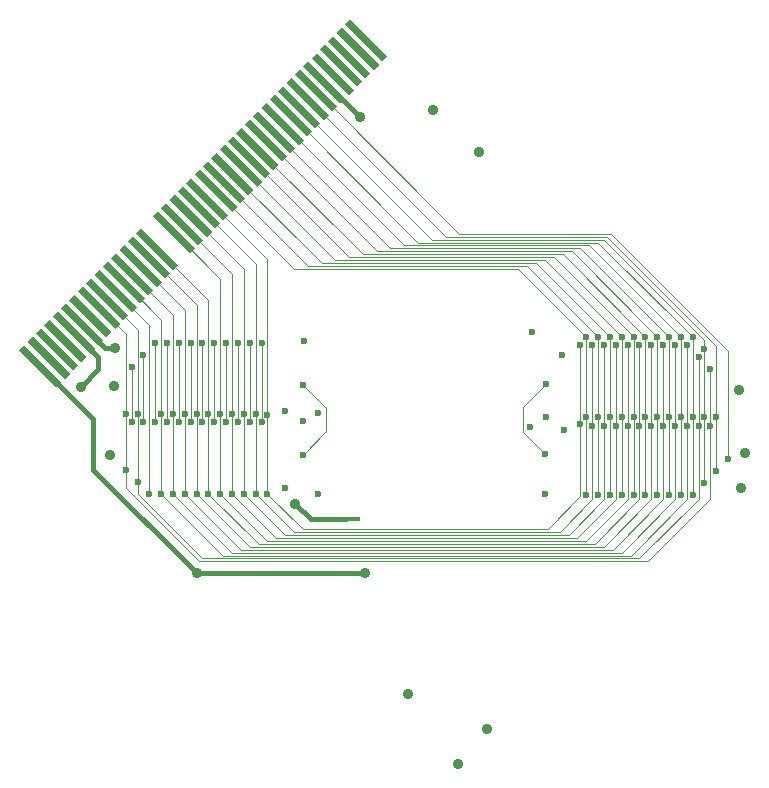
<source format=gbl>
G04 (created by PCBNEW-RS274X (2011-04-29 BZR 2986)-stable) date 6/8/2011 10:42:55 AM*
G01*
G70*
G90*
%MOIN*%
G04 Gerber Fmt 3.4, Leading zero omitted, Abs format*
%FSLAX34Y34*%
G04 APERTURE LIST*
%ADD10C,0.006000*%
%ADD11R,0.093700X0.015000*%
%ADD12C,0.023600*%
%ADD13C,0.035000*%
%ADD14C,0.004000*%
%ADD15C,0.016000*%
G04 APERTURE END LIST*
G54D10*
G36*
X46736Y-18173D02*
X45497Y-16934D01*
X45666Y-16765D01*
X46905Y-18004D01*
X46736Y-18173D01*
X46736Y-18173D01*
G37*
G36*
X47014Y-17895D02*
X45775Y-16656D01*
X45944Y-16487D01*
X47183Y-17726D01*
X47014Y-17895D01*
X47014Y-17895D01*
G37*
G36*
X51190Y-13719D02*
X49951Y-12480D01*
X50120Y-12311D01*
X51359Y-13550D01*
X51190Y-13719D01*
X51190Y-13719D01*
G37*
G36*
X50912Y-13997D02*
X49673Y-12758D01*
X49842Y-12589D01*
X51081Y-13828D01*
X50912Y-13997D01*
X50912Y-13997D01*
G37*
G36*
X50634Y-14275D02*
X49395Y-13036D01*
X49564Y-12867D01*
X50803Y-14106D01*
X50634Y-14275D01*
X50634Y-14275D01*
G37*
G36*
X50355Y-14554D02*
X49116Y-13315D01*
X49285Y-13146D01*
X50524Y-14385D01*
X50355Y-14554D01*
X50355Y-14554D01*
G37*
G36*
X50077Y-14832D02*
X48838Y-13593D01*
X49007Y-13424D01*
X50246Y-14663D01*
X50077Y-14832D01*
X50077Y-14832D01*
G37*
G36*
X49519Y-15390D02*
X48280Y-14151D01*
X48449Y-13982D01*
X49688Y-15221D01*
X49519Y-15390D01*
X49519Y-15390D01*
G37*
G36*
X49242Y-15667D02*
X48003Y-14428D01*
X48172Y-14259D01*
X49411Y-15498D01*
X49242Y-15667D01*
X49242Y-15667D01*
G37*
G36*
X48963Y-15946D02*
X47724Y-14707D01*
X47893Y-14538D01*
X49132Y-15777D01*
X48963Y-15946D01*
X48963Y-15946D01*
G37*
G36*
X48684Y-16225D02*
X47445Y-14986D01*
X47614Y-14817D01*
X48853Y-16056D01*
X48684Y-16225D01*
X48684Y-16225D01*
G37*
G36*
X48406Y-16503D02*
X47167Y-15264D01*
X47336Y-15095D01*
X48575Y-16334D01*
X48406Y-16503D01*
X48406Y-16503D01*
G37*
G36*
X54809Y-10100D02*
X53570Y-08861D01*
X53739Y-08692D01*
X54978Y-09931D01*
X54809Y-10100D01*
X54809Y-10100D01*
G37*
G36*
X48128Y-16781D02*
X46889Y-15542D01*
X47058Y-15373D01*
X48297Y-16612D01*
X48128Y-16781D01*
X48128Y-16781D01*
G37*
G36*
X47849Y-17060D02*
X46610Y-15821D01*
X46779Y-15652D01*
X48018Y-16891D01*
X47849Y-17060D01*
X47849Y-17060D01*
G37*
G36*
X47571Y-17338D02*
X46332Y-16099D01*
X46501Y-15930D01*
X47740Y-17169D01*
X47571Y-17338D01*
X47571Y-17338D01*
G37*
G36*
X54531Y-10378D02*
X53292Y-09139D01*
X53461Y-08970D01*
X54700Y-10209D01*
X54531Y-10378D01*
X54531Y-10378D01*
G37*
G36*
X54252Y-10657D02*
X53013Y-09418D01*
X53182Y-09249D01*
X54421Y-10488D01*
X54252Y-10657D01*
X54252Y-10657D01*
G37*
G36*
X53974Y-10935D02*
X52735Y-09696D01*
X52904Y-09527D01*
X54143Y-10766D01*
X53974Y-10935D01*
X53974Y-10935D01*
G37*
G36*
X53696Y-11213D02*
X52457Y-09974D01*
X52626Y-09805D01*
X53865Y-11044D01*
X53696Y-11213D01*
X53696Y-11213D01*
G37*
G36*
X53417Y-11492D02*
X52178Y-10253D01*
X52347Y-10084D01*
X53586Y-11323D01*
X53417Y-11492D01*
X53417Y-11492D01*
G37*
G36*
X53139Y-11770D02*
X51900Y-10531D01*
X52069Y-10362D01*
X53308Y-11601D01*
X53139Y-11770D01*
X53139Y-11770D01*
G37*
G36*
X52860Y-12049D02*
X51621Y-10810D01*
X51790Y-10641D01*
X53029Y-11880D01*
X52860Y-12049D01*
X52860Y-12049D01*
G37*
G36*
X52582Y-12327D02*
X51343Y-11088D01*
X51512Y-10919D01*
X52751Y-12158D01*
X52582Y-12327D01*
X52582Y-12327D01*
G37*
G36*
X52303Y-12606D02*
X51064Y-11367D01*
X51233Y-11198D01*
X52472Y-12437D01*
X52303Y-12606D01*
X52303Y-12606D01*
G37*
G36*
X52025Y-12884D02*
X50786Y-11645D01*
X50955Y-11476D01*
X52194Y-12715D01*
X52025Y-12884D01*
X52025Y-12884D01*
G37*
G36*
X51747Y-13162D02*
X50508Y-11923D01*
X50677Y-11754D01*
X51916Y-12993D01*
X51747Y-13162D01*
X51747Y-13162D01*
G37*
G36*
X51469Y-13440D02*
X50230Y-12201D01*
X50399Y-12032D01*
X51638Y-13271D01*
X51469Y-13440D01*
X51469Y-13440D01*
G37*
G36*
X47293Y-17616D02*
X46054Y-16377D01*
X46223Y-16208D01*
X47462Y-17447D01*
X47293Y-17616D01*
X47293Y-17616D01*
G37*
G36*
X56479Y-08430D02*
X55240Y-07191D01*
X55409Y-07022D01*
X56648Y-08261D01*
X56479Y-08430D01*
X56479Y-08430D01*
G37*
G36*
X55644Y-09265D02*
X54405Y-08026D01*
X54574Y-07857D01*
X55813Y-09096D01*
X55644Y-09265D01*
X55644Y-09265D01*
G37*
G36*
X55923Y-08986D02*
X54684Y-07747D01*
X54853Y-07578D01*
X56092Y-08817D01*
X55923Y-08986D01*
X55923Y-08986D01*
G37*
G36*
X56201Y-08708D02*
X54962Y-07469D01*
X55131Y-07300D01*
X56370Y-08539D01*
X56201Y-08708D01*
X56201Y-08708D01*
G37*
G36*
X45623Y-19286D02*
X44384Y-18047D01*
X44553Y-17878D01*
X45792Y-19117D01*
X45623Y-19286D01*
X45623Y-19286D01*
G37*
G36*
X55366Y-09543D02*
X54127Y-08304D01*
X54296Y-08135D01*
X55535Y-09374D01*
X55366Y-09543D01*
X55366Y-09543D01*
G37*
G36*
X55088Y-09821D02*
X53849Y-08582D01*
X54018Y-08413D01*
X55257Y-09652D01*
X55088Y-09821D01*
X55088Y-09821D01*
G37*
G36*
X46458Y-18451D02*
X45219Y-17212D01*
X45388Y-17043D01*
X46627Y-18282D01*
X46458Y-18451D01*
X46458Y-18451D01*
G37*
G36*
X46179Y-18730D02*
X44940Y-17491D01*
X45109Y-17322D01*
X46348Y-18561D01*
X46179Y-18730D01*
X46179Y-18730D01*
G37*
G36*
X45900Y-19009D02*
X44661Y-17770D01*
X44830Y-17601D01*
X46069Y-18840D01*
X45900Y-19009D01*
X45900Y-19009D01*
G37*
G54D11*
X55271Y-23689D03*
G54D12*
X67224Y-18012D03*
X67224Y-22480D03*
X48524Y-20453D03*
X48524Y-18209D03*
X67224Y-20295D03*
X66831Y-17618D03*
X66831Y-22874D03*
X48917Y-17815D03*
X48917Y-20453D03*
X66831Y-20295D03*
X67618Y-22087D03*
X67618Y-20295D03*
X48130Y-20453D03*
X48130Y-18602D03*
X66437Y-17618D03*
X66437Y-22874D03*
X49311Y-17815D03*
X49311Y-20453D03*
X66437Y-20295D03*
X65846Y-17894D03*
X65846Y-20571D03*
X49902Y-20177D03*
X49902Y-22835D03*
X65059Y-17894D03*
X65059Y-20571D03*
X50689Y-20177D03*
X50689Y-22835D03*
X53878Y-17756D03*
X53858Y-20433D03*
X61909Y-22854D03*
X61929Y-20295D03*
G54D13*
X47559Y-19252D03*
X57343Y-29528D03*
X68583Y-21476D03*
X68445Y-22657D03*
X58169Y-10059D03*
X55748Y-10295D03*
G54D12*
X63878Y-17894D03*
X63878Y-20571D03*
X51870Y-20177D03*
X51870Y-22835D03*
X64272Y-17894D03*
X64272Y-20571D03*
X51476Y-20177D03*
X51476Y-22835D03*
X63287Y-17618D03*
X63287Y-20295D03*
X63287Y-22874D03*
X52461Y-20453D03*
X52461Y-17815D03*
X63091Y-17894D03*
X63091Y-20531D03*
X52657Y-22835D03*
X52657Y-20217D03*
X65453Y-17894D03*
X65453Y-20571D03*
X50295Y-20177D03*
X50295Y-22835D03*
X48720Y-22835D03*
X66634Y-17894D03*
X49114Y-20177D03*
X49114Y-22835D03*
X66634Y-20571D03*
X68012Y-21693D03*
X53858Y-19232D03*
X53858Y-21535D03*
X61909Y-21516D03*
X61929Y-19193D03*
X48327Y-20177D03*
X48327Y-22441D03*
X67028Y-20571D03*
X67028Y-18287D03*
X47933Y-20177D03*
X47933Y-22047D03*
X67421Y-20571D03*
X67421Y-18681D03*
X63484Y-17894D03*
X63484Y-20571D03*
X52264Y-20177D03*
X52264Y-22835D03*
X65256Y-17618D03*
X65256Y-20295D03*
X65256Y-22874D03*
X50492Y-17815D03*
X50492Y-20453D03*
X65650Y-17618D03*
X65650Y-20295D03*
X65650Y-22874D03*
X50098Y-20453D03*
X50098Y-17815D03*
X66043Y-17618D03*
X66043Y-20295D03*
X66043Y-22874D03*
X49705Y-17815D03*
X49705Y-20453D03*
X64469Y-17618D03*
X64469Y-20295D03*
X64469Y-22874D03*
X51280Y-17815D03*
X51280Y-20453D03*
X64862Y-17618D03*
X64862Y-20295D03*
X64862Y-22874D03*
X50886Y-20453D03*
X50886Y-17815D03*
X63681Y-17618D03*
X63681Y-20295D03*
X63681Y-22874D03*
X52067Y-17815D03*
X52067Y-20453D03*
X64075Y-17618D03*
X64075Y-20295D03*
X64075Y-22874D03*
X51673Y-17815D03*
X51673Y-20453D03*
X64665Y-17894D03*
X64665Y-20571D03*
X51083Y-20177D03*
X51083Y-22835D03*
X54331Y-20157D03*
X61417Y-20630D03*
X61476Y-17461D03*
G54D13*
X46437Y-19272D03*
X47421Y-21535D03*
X59016Y-31850D03*
G54D12*
X54331Y-22835D03*
G54D13*
X53583Y-23189D03*
X50295Y-25492D03*
X55906Y-25492D03*
G54D12*
X53248Y-20079D03*
X62539Y-20728D03*
X62480Y-18209D03*
G54D13*
X59961Y-30689D03*
X47579Y-17972D03*
X68386Y-19370D03*
X59724Y-11457D03*
G54D12*
X53248Y-22638D03*
X66240Y-17894D03*
X66240Y-20571D03*
X49508Y-20177D03*
X49508Y-22835D03*
G54D14*
X53717Y-09953D02*
X58134Y-14370D01*
X67224Y-17716D02*
X67224Y-18012D01*
X63878Y-14370D02*
X67224Y-17716D01*
X58134Y-14370D02*
X63878Y-14370D01*
X67224Y-20295D02*
X67224Y-18012D01*
X67224Y-20295D02*
X67224Y-22480D01*
X48524Y-18209D02*
X48524Y-20453D01*
X67224Y-20295D02*
X67224Y-20276D01*
X53439Y-10231D02*
X57677Y-14469D01*
X63682Y-14469D02*
X66831Y-17618D01*
X57677Y-14469D02*
X63682Y-14469D01*
X66831Y-20295D02*
X66831Y-17618D01*
X66831Y-20295D02*
X66831Y-22874D01*
X48917Y-17815D02*
X48917Y-20453D01*
X66812Y-20276D02*
X66811Y-20276D01*
X66831Y-20295D02*
X66812Y-20276D01*
X53996Y-09674D02*
X58594Y-14272D01*
X67618Y-17913D02*
X67618Y-20295D01*
X63977Y-14272D02*
X67618Y-17913D01*
X58594Y-14272D02*
X63977Y-14272D01*
X67618Y-20295D02*
X67618Y-22087D01*
X48130Y-18602D02*
X48130Y-20453D01*
X53161Y-10509D02*
X57219Y-14567D01*
X63386Y-14567D02*
X66437Y-17618D01*
X57219Y-14567D02*
X63386Y-14567D01*
X66437Y-20295D02*
X66437Y-17618D01*
X66437Y-20295D02*
X66437Y-22874D01*
X49311Y-17815D02*
X49311Y-20453D01*
X66418Y-20276D02*
X66417Y-20276D01*
X66437Y-20295D02*
X66418Y-20276D01*
X48428Y-15242D02*
X49902Y-16716D01*
X49902Y-16716D02*
X49902Y-20177D01*
X65846Y-20571D02*
X65846Y-23032D01*
X51772Y-24705D02*
X49902Y-22835D01*
X64173Y-24705D02*
X51772Y-24705D01*
X65846Y-23032D02*
X64173Y-24705D01*
X65846Y-17894D02*
X65846Y-20571D01*
X49902Y-20177D02*
X49902Y-22835D01*
X48984Y-14686D02*
X50689Y-16391D01*
X50689Y-16391D02*
X50689Y-20177D01*
X65059Y-20571D02*
X65059Y-23031D01*
X52362Y-24508D02*
X50689Y-22835D01*
X63582Y-24508D02*
X52362Y-24508D01*
X65059Y-23031D02*
X63582Y-24508D01*
X65059Y-17894D02*
X65059Y-20571D01*
X50689Y-20177D02*
X50689Y-22835D01*
G54D15*
X54553Y-09117D02*
X55731Y-10295D01*
X55731Y-10295D02*
X55748Y-10295D01*
G54D14*
X50099Y-13571D02*
X51870Y-15342D01*
X51870Y-15342D02*
X51870Y-20177D01*
X63878Y-20571D02*
X63878Y-23031D01*
X53248Y-24213D02*
X51870Y-22835D01*
X62696Y-24213D02*
X53248Y-24213D01*
X63878Y-23031D02*
X62696Y-24213D01*
X63878Y-17894D02*
X63878Y-20571D01*
X51870Y-20177D02*
X51870Y-22835D01*
X49820Y-13850D02*
X51476Y-15506D01*
X51476Y-15506D02*
X51476Y-20177D01*
X64272Y-20571D02*
X64272Y-23031D01*
X52952Y-24311D02*
X51476Y-22835D01*
X62992Y-24311D02*
X52952Y-24311D01*
X64272Y-23031D02*
X62992Y-24311D01*
X64272Y-17894D02*
X64272Y-20571D01*
X51476Y-20177D02*
X51476Y-22835D01*
X50934Y-12736D02*
X53552Y-15354D01*
X61023Y-15354D02*
X63287Y-17618D01*
X53552Y-15354D02*
X61023Y-15354D01*
X63287Y-20295D02*
X63287Y-17618D01*
X63287Y-20295D02*
X63287Y-22874D01*
X52461Y-17815D02*
X52461Y-20453D01*
X50655Y-13015D02*
X52657Y-15017D01*
X52657Y-15017D02*
X52657Y-20217D01*
X52657Y-22835D02*
X53838Y-24016D01*
X63091Y-22932D02*
X63091Y-20531D01*
X62007Y-24016D02*
X63091Y-22932D01*
X53838Y-24016D02*
X62007Y-24016D01*
X63091Y-17894D02*
X63091Y-20531D01*
X52657Y-20217D02*
X52657Y-22835D01*
X48707Y-14963D02*
X50295Y-16551D01*
X50295Y-16551D02*
X50295Y-20177D01*
X65453Y-20571D02*
X65453Y-23031D01*
X52066Y-24606D02*
X50295Y-22835D01*
X63878Y-24606D02*
X52066Y-24606D01*
X65453Y-23031D02*
X63878Y-24606D01*
X65453Y-17894D02*
X65453Y-20571D01*
X50295Y-20177D02*
X50295Y-22835D01*
X48720Y-17204D02*
X47593Y-16077D01*
X48720Y-22835D02*
X48720Y-17204D01*
X47871Y-15799D02*
X49114Y-17042D01*
X49114Y-17042D02*
X49114Y-20177D01*
X66634Y-20571D02*
X66634Y-23032D01*
X51181Y-24902D02*
X49114Y-22835D01*
X64764Y-24902D02*
X51181Y-24902D01*
X66634Y-23032D02*
X64764Y-24902D01*
X66634Y-20571D02*
X66634Y-17894D01*
X49114Y-20177D02*
X49114Y-22835D01*
X66634Y-20571D02*
X66614Y-20571D01*
X68012Y-21693D02*
X68012Y-18071D01*
X59051Y-14173D02*
X54274Y-09396D01*
X64114Y-14173D02*
X59051Y-14173D01*
X68012Y-18071D02*
X64114Y-14173D01*
X54626Y-20000D02*
X53858Y-19232D01*
X54626Y-20767D02*
X54626Y-20000D01*
X53858Y-21535D02*
X54626Y-20767D01*
X61161Y-20768D02*
X61909Y-21516D01*
X61161Y-19961D02*
X61161Y-20768D01*
X61929Y-19193D02*
X61161Y-19961D01*
X47314Y-16356D02*
X48327Y-17369D01*
X48327Y-17369D02*
X48327Y-20177D01*
X67028Y-20571D02*
X67028Y-23031D01*
X48327Y-22835D02*
X48327Y-22441D01*
X50492Y-25000D02*
X48327Y-22835D01*
X65059Y-25000D02*
X50492Y-25000D01*
X67028Y-23031D02*
X65059Y-25000D01*
X48327Y-20177D02*
X48327Y-22441D01*
X67028Y-18287D02*
X67028Y-20571D01*
X47036Y-16634D02*
X47933Y-17531D01*
X47933Y-17531D02*
X47933Y-20177D01*
X67421Y-20571D02*
X67421Y-23032D01*
X47933Y-22638D02*
X47933Y-22047D01*
X50393Y-25098D02*
X47933Y-22638D01*
X65355Y-25098D02*
X50393Y-25098D01*
X67421Y-23032D02*
X65355Y-25098D01*
X47933Y-20177D02*
X47933Y-22047D01*
X67421Y-18681D02*
X67421Y-20571D01*
X50377Y-13293D02*
X52264Y-15180D01*
X52264Y-15180D02*
X52264Y-20177D01*
X63484Y-20571D02*
X63484Y-23032D01*
X53543Y-24114D02*
X52264Y-22835D01*
X62402Y-24114D02*
X53543Y-24114D01*
X63484Y-23032D02*
X62402Y-24114D01*
X63484Y-17894D02*
X63484Y-20571D01*
X52264Y-20177D02*
X52264Y-22835D01*
X52325Y-11345D02*
X55842Y-14862D01*
X62500Y-14862D02*
X65256Y-17618D01*
X55842Y-14862D02*
X62500Y-14862D01*
X65256Y-20295D02*
X65256Y-17618D01*
X65256Y-20295D02*
X65256Y-22874D01*
X50492Y-17815D02*
X50492Y-20453D01*
X52604Y-11066D02*
X56302Y-14764D01*
X62796Y-14764D02*
X65650Y-17618D01*
X56302Y-14764D02*
X62796Y-14764D01*
X65650Y-20295D02*
X65650Y-17618D01*
X65650Y-20295D02*
X65650Y-22874D01*
X50098Y-17815D02*
X50098Y-20453D01*
X52882Y-10788D02*
X56759Y-14665D01*
X63090Y-14665D02*
X66043Y-17618D01*
X56759Y-14665D02*
X63090Y-14665D01*
X66043Y-20295D02*
X66043Y-17618D01*
X66043Y-20295D02*
X66043Y-22874D01*
X49705Y-17815D02*
X49705Y-20453D01*
X51768Y-11902D02*
X54925Y-15059D01*
X61910Y-15059D02*
X64469Y-17618D01*
X54925Y-15059D02*
X61910Y-15059D01*
X64469Y-20295D02*
X64469Y-17618D01*
X64469Y-20295D02*
X64469Y-22874D01*
X51280Y-17815D02*
X51280Y-20453D01*
X52047Y-11623D02*
X55385Y-14961D01*
X62205Y-14961D02*
X64862Y-17618D01*
X55385Y-14961D02*
X62205Y-14961D01*
X64862Y-20295D02*
X64862Y-17618D01*
X64862Y-20295D02*
X64862Y-22874D01*
X50886Y-17815D02*
X50886Y-20453D01*
X51212Y-12458D02*
X54010Y-15256D01*
X61319Y-15256D02*
X63681Y-17618D01*
X54010Y-15256D02*
X61319Y-15256D01*
X63681Y-20295D02*
X63681Y-17618D01*
X63681Y-20295D02*
X63681Y-22874D01*
X52067Y-17815D02*
X52067Y-20453D01*
X51490Y-12180D02*
X54467Y-15157D01*
X61614Y-15157D02*
X64075Y-17618D01*
X54467Y-15157D02*
X61614Y-15157D01*
X64075Y-20295D02*
X64075Y-17618D01*
X64075Y-20295D02*
X64075Y-22874D01*
X51673Y-17815D02*
X51673Y-20453D01*
X49542Y-14128D02*
X51083Y-15669D01*
X51083Y-15669D02*
X51083Y-20177D01*
X64665Y-20571D02*
X64665Y-23032D01*
X52657Y-24409D02*
X51083Y-22835D01*
X63288Y-24409D02*
X52657Y-24409D01*
X64665Y-23032D02*
X63288Y-24409D01*
X64665Y-17894D02*
X64665Y-20571D01*
X51083Y-20177D02*
X51083Y-22835D01*
G54D15*
X46201Y-17469D02*
X47008Y-18276D01*
X47008Y-18701D02*
X46437Y-19272D01*
X47008Y-18276D02*
X47008Y-18701D01*
X54122Y-23689D02*
X55271Y-23689D01*
X53583Y-23189D02*
X54122Y-23689D01*
X50295Y-25492D02*
X46850Y-22047D01*
X46850Y-20344D02*
X45088Y-18582D01*
X46850Y-22047D02*
X46850Y-20344D01*
X55906Y-25492D02*
X50295Y-25492D01*
X46479Y-17191D02*
X47260Y-17972D01*
X47260Y-17972D02*
X47579Y-17972D01*
G54D14*
X48149Y-15521D02*
X49508Y-16880D01*
X49508Y-16880D02*
X49508Y-20177D01*
X66240Y-20571D02*
X66240Y-23032D01*
X51476Y-24803D02*
X49508Y-22835D01*
X64469Y-24803D02*
X51476Y-24803D01*
X66240Y-23032D02*
X64469Y-24803D01*
X66240Y-17894D02*
X66240Y-20571D01*
X49508Y-20177D02*
X49508Y-22835D01*
M02*

</source>
